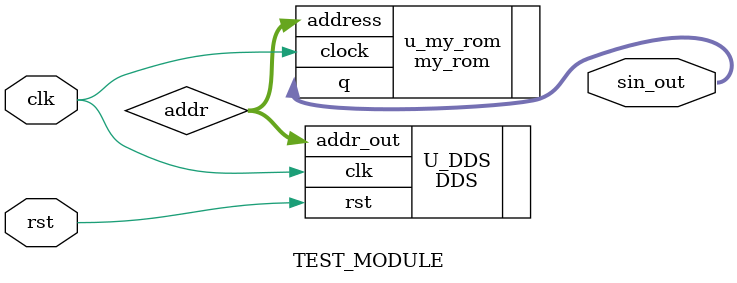
<source format=v>
module TEST_MODULE
                (
                clk,
                rst,
                sin_out
                 );
input clk,rst;
output  [8:0] sin_out;
wire [8:0] addr;
DDS  U_DDS
         (
         .clk(clk),
         .rst(rst),
         .addr_out(addr)
         );
         
my_rom u_my_rom(
            .address(addr),
            .clock(clk),
            .q(sin_out)
            );
         
endmodule
</source>
